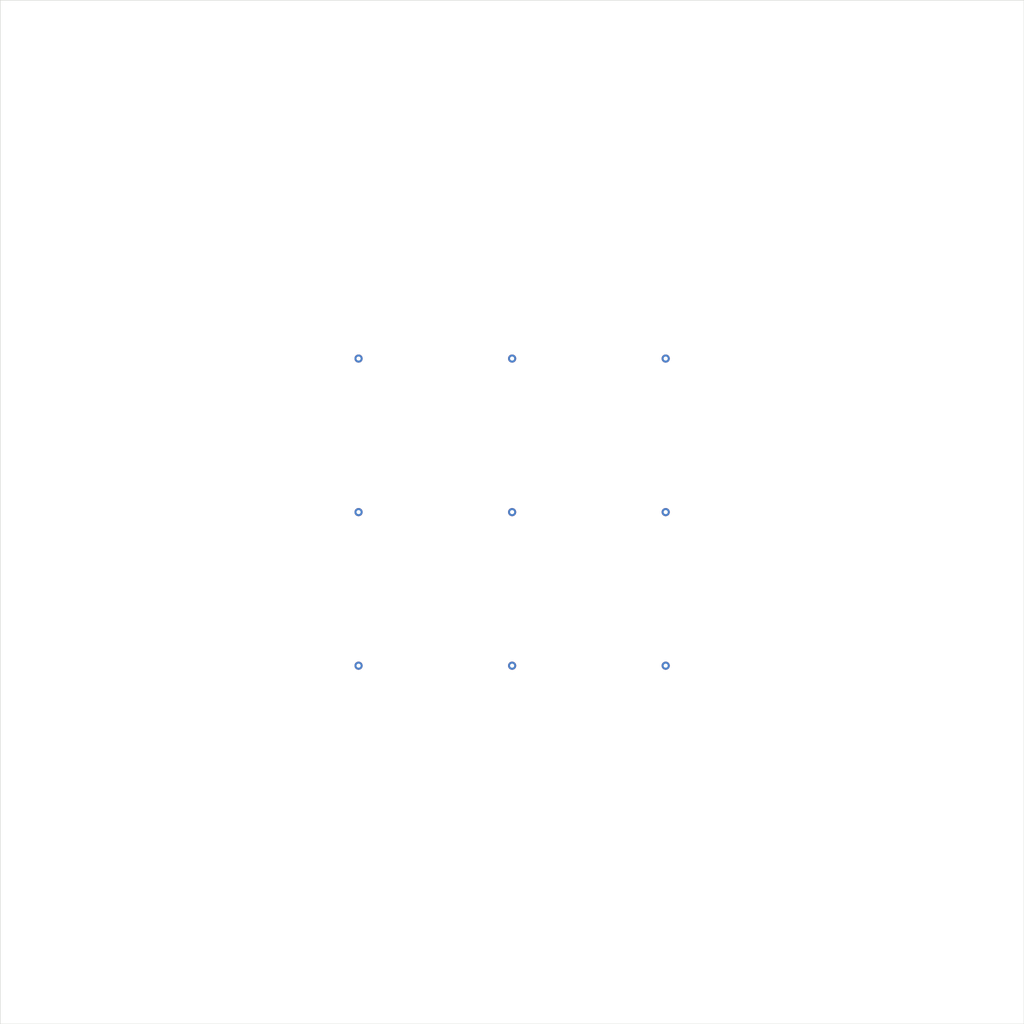
<source format=kicad_pcb>
(kicad_pcb (version 20241229) (generator "pcbnew") (generator_version "9.0")
	(general
		(thickness 1.6)
	)
	(paper "A4")
	(layers
		(0 "F.Cu" signal)
		(2 "B.Cu" signal)
		(25 "Edge.Cuts" user)
	)
	(setup
		(pad_to_mask_clearance 0)
	)
	(net 0 "")
	(net 1 "GND")
	(gr_rect
		(start 50 50)
		(end 150 150)
		(stroke (width 0.05) (type solid))
		(fill none)
		(layer "Edge.Cuts")
		(uuid "a2038340-83af-4064-824c-f4571468d80e")
	)
	(via
		(at 85 85)
		(size 0.8)
		(drill 0.4)
		(layers "F.Cu" "B.Cu")
		(net 1)
		(uuid "q8038340-83af-4064-824c-f4571468d80u")
	)
	(via
		(at 100 85)
		(size 0.8)
		(drill 0.4)
		(layers "F.Cu" "B.Cu")
		(net 1)
		(uuid "r9038340-83af-4064-824c-f4571468d80v")
	)
	(via
		(at 115 85)
		(size 0.8)
		(drill 0.4)
		(layers "F.Cu" "B.Cu")
		(net 1)
		(uuid "s0038340-83af-4064-824c-f4571468d80w")
	)
	(via
		(at 85 100)
		(size 0.8)
		(drill 0.4)
		(layers "F.Cu" "B.Cu")
		(net 1)
		(uuid "t1038340-83af-4064-824c-f4571468d80x")
	)
	(via
		(at 100 100)
		(size 0.8)
		(drill 0.4)
		(layers "F.Cu" "B.Cu")
		(net 1)
		(uuid "u2038340-83af-4064-824c-f4571468d80y")
	)
	(via
		(at 115 100)
		(size 0.8)
		(drill 0.4)
		(layers "F.Cu" "B.Cu")
		(net 1)
		(uuid "v3038340-83af-4064-824c-f4571468d80z")
	)
	(via
		(at 85 115)
		(size 0.8)
		(drill 0.4)
		(layers "F.Cu" "B.Cu")
		(net 1)
		(uuid "w4038340-83af-4064-824c-f4571468d810")
	)
	(via
		(at 100 115)
		(size 0.8)
		(drill 0.4)
		(layers "F.Cu" "B.Cu")
		(net 1)
		(uuid "x5038340-83af-4064-824c-f4571468d811")
	)
	(via
		(at 115 115)
		(size 0.8)
		(drill 0.4)
		(layers "F.Cu" "B.Cu")
		(net 1)
		(uuid "y6038340-83af-4064-824c-f4571468d812")
	)
	(embedded_fonts no)
)

</source>
